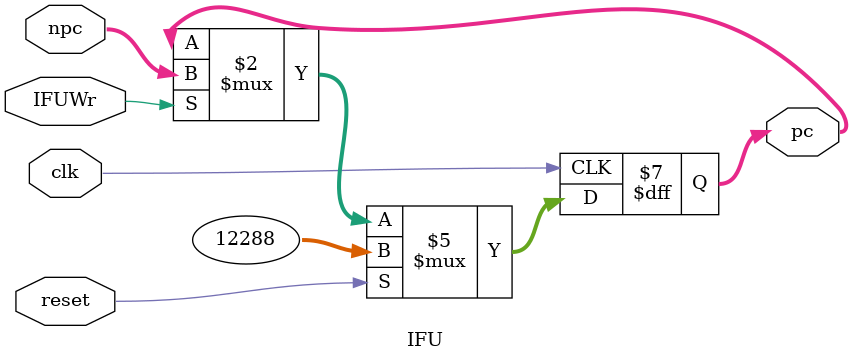
<source format=v>
`timescale 1ns/1ps
`include "macro.v"

module IFU (
    input wire [31:0] npc,
    input wire clk,
    input wire reset,
    input wire IFUWr,
    output reg [31:0] pc
);
    always @(posedge clk) begin
        if (reset) begin
            pc <= 32'h0000_3000;
        end
        else if (IFUWr) begin
            pc <= npc;
        end
    end
endmodule //IFU
</source>
